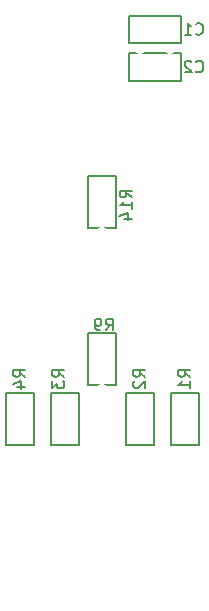
<source format=gbo>
G04 #@! TF.GenerationSoftware,KiCad,Pcbnew,7.0.9*
G04 #@! TF.CreationDate,2023-12-23T18:19:17+01:00*
G04 #@! TF.ProjectId,testing-board,74657374-696e-4672-9d62-6f6172642e6b,v1.0*
G04 #@! TF.SameCoordinates,Original*
G04 #@! TF.FileFunction,Legend,Bot*
G04 #@! TF.FilePolarity,Positive*
%FSLAX46Y46*%
G04 Gerber Fmt 4.6, Leading zero omitted, Abs format (unit mm)*
G04 Created by KiCad (PCBNEW 7.0.9) date 2023-12-23 18:19:17*
%MOMM*%
%LPD*%
G01*
G04 APERTURE LIST*
G04 Aperture macros list*
%AMRoundRect*
0 Rectangle with rounded corners*
0 $1 Rounding radius*
0 $2 $3 $4 $5 $6 $7 $8 $9 X,Y pos of 4 corners*
0 Add a 4 corners polygon primitive as box body*
4,1,4,$2,$3,$4,$5,$6,$7,$8,$9,$2,$3,0*
0 Add four circle primitives for the rounded corners*
1,1,$1+$1,$2,$3*
1,1,$1+$1,$4,$5*
1,1,$1+$1,$6,$7*
1,1,$1+$1,$8,$9*
0 Add four rect primitives between the rounded corners*
20,1,$1+$1,$2,$3,$4,$5,0*
20,1,$1+$1,$4,$5,$6,$7,0*
20,1,$1+$1,$6,$7,$8,$9,0*
20,1,$1+$1,$8,$9,$2,$3,0*%
%AMFreePoly0*
4,1,13,0.685355,0.935355,0.700000,0.900000,0.700000,-0.900000,0.685355,-0.935355,0.650000,-0.950000,-0.650000,-0.950000,-0.685355,-0.935355,-0.700000,-0.900000,-0.700000,0.900000,-0.685355,0.935355,-0.650000,0.950000,0.650000,0.950000,0.685355,0.935355,0.685355,0.935355,$1*%
G04 Aperture macros list end*
%ADD10C,0.160000*%
%ADD11C,3.300000*%
%ADD12RoundRect,0.050000X1.050000X-1.050000X1.050000X1.050000X-1.050000X1.050000X-1.050000X-1.050000X0*%
%ADD13O,2.200000X2.200000*%
%ADD14C,5.100000*%
%ADD15FreePoly0,90.000000*%
%ADD16RoundRect,0.050000X1.750000X1.750000X-1.750000X1.750000X-1.750000X-1.750000X1.750000X-1.750000X0*%
%ADD17C,3.600000*%
%ADD18C,3.400000*%
%ADD19C,1.600000*%
%ADD20FreePoly0,0.000000*%
%ADD21C,0.900000*%
G04 APERTURE END LIST*
D10*
X137741299Y-94861142D02*
X137265108Y-94527809D01*
X137741299Y-94289714D02*
X136741299Y-94289714D01*
X136741299Y-94289714D02*
X136741299Y-94670666D01*
X136741299Y-94670666D02*
X136788918Y-94765904D01*
X136788918Y-94765904D02*
X136836537Y-94813523D01*
X136836537Y-94813523D02*
X136931775Y-94861142D01*
X136931775Y-94861142D02*
X137074632Y-94861142D01*
X137074632Y-94861142D02*
X137169870Y-94813523D01*
X137169870Y-94813523D02*
X137217489Y-94765904D01*
X137217489Y-94765904D02*
X137265108Y-94670666D01*
X137265108Y-94670666D02*
X137265108Y-94289714D01*
X137741299Y-95813523D02*
X137741299Y-95242095D01*
X137741299Y-95527809D02*
X136741299Y-95527809D01*
X136741299Y-95527809D02*
X136884156Y-95432571D01*
X136884156Y-95432571D02*
X136979394Y-95337333D01*
X136979394Y-95337333D02*
X137027013Y-95242095D01*
X137074632Y-96670666D02*
X137741299Y-96670666D01*
X136693680Y-96432571D02*
X137407965Y-96194476D01*
X137407965Y-96194476D02*
X137407965Y-96813523D01*
X135548666Y-106118299D02*
X135881999Y-105642108D01*
X136120094Y-106118299D02*
X136120094Y-105118299D01*
X136120094Y-105118299D02*
X135739142Y-105118299D01*
X135739142Y-105118299D02*
X135643904Y-105165918D01*
X135643904Y-105165918D02*
X135596285Y-105213537D01*
X135596285Y-105213537D02*
X135548666Y-105308775D01*
X135548666Y-105308775D02*
X135548666Y-105451632D01*
X135548666Y-105451632D02*
X135596285Y-105546870D01*
X135596285Y-105546870D02*
X135643904Y-105594489D01*
X135643904Y-105594489D02*
X135739142Y-105642108D01*
X135739142Y-105642108D02*
X136120094Y-105642108D01*
X135072475Y-106118299D02*
X134881999Y-106118299D01*
X134881999Y-106118299D02*
X134786761Y-106070680D01*
X134786761Y-106070680D02*
X134739142Y-106023060D01*
X134739142Y-106023060D02*
X134643904Y-105880203D01*
X134643904Y-105880203D02*
X134596285Y-105689727D01*
X134596285Y-105689727D02*
X134596285Y-105308775D01*
X134596285Y-105308775D02*
X134643904Y-105213537D01*
X134643904Y-105213537D02*
X134691523Y-105165918D01*
X134691523Y-105165918D02*
X134786761Y-105118299D01*
X134786761Y-105118299D02*
X134977237Y-105118299D01*
X134977237Y-105118299D02*
X135072475Y-105165918D01*
X135072475Y-105165918D02*
X135120094Y-105213537D01*
X135120094Y-105213537D02*
X135167713Y-105308775D01*
X135167713Y-105308775D02*
X135167713Y-105546870D01*
X135167713Y-105546870D02*
X135120094Y-105642108D01*
X135120094Y-105642108D02*
X135072475Y-105689727D01*
X135072475Y-105689727D02*
X134977237Y-105737346D01*
X134977237Y-105737346D02*
X134786761Y-105737346D01*
X134786761Y-105737346D02*
X134691523Y-105689727D01*
X134691523Y-105689727D02*
X134643904Y-105642108D01*
X134643904Y-105642108D02*
X134596285Y-105546870D01*
X128724299Y-110069333D02*
X128248108Y-109736000D01*
X128724299Y-109497905D02*
X127724299Y-109497905D01*
X127724299Y-109497905D02*
X127724299Y-109878857D01*
X127724299Y-109878857D02*
X127771918Y-109974095D01*
X127771918Y-109974095D02*
X127819537Y-110021714D01*
X127819537Y-110021714D02*
X127914775Y-110069333D01*
X127914775Y-110069333D02*
X128057632Y-110069333D01*
X128057632Y-110069333D02*
X128152870Y-110021714D01*
X128152870Y-110021714D02*
X128200489Y-109974095D01*
X128200489Y-109974095D02*
X128248108Y-109878857D01*
X128248108Y-109878857D02*
X128248108Y-109497905D01*
X128057632Y-110926476D02*
X128724299Y-110926476D01*
X127676680Y-110688381D02*
X128390965Y-110450286D01*
X128390965Y-110450286D02*
X128390965Y-111069333D01*
X132026299Y-110069333D02*
X131550108Y-109736000D01*
X132026299Y-109497905D02*
X131026299Y-109497905D01*
X131026299Y-109497905D02*
X131026299Y-109878857D01*
X131026299Y-109878857D02*
X131073918Y-109974095D01*
X131073918Y-109974095D02*
X131121537Y-110021714D01*
X131121537Y-110021714D02*
X131216775Y-110069333D01*
X131216775Y-110069333D02*
X131359632Y-110069333D01*
X131359632Y-110069333D02*
X131454870Y-110021714D01*
X131454870Y-110021714D02*
X131502489Y-109974095D01*
X131502489Y-109974095D02*
X131550108Y-109878857D01*
X131550108Y-109878857D02*
X131550108Y-109497905D01*
X131026299Y-110402667D02*
X131026299Y-111021714D01*
X131026299Y-111021714D02*
X131407251Y-110688381D01*
X131407251Y-110688381D02*
X131407251Y-110831238D01*
X131407251Y-110831238D02*
X131454870Y-110926476D01*
X131454870Y-110926476D02*
X131502489Y-110974095D01*
X131502489Y-110974095D02*
X131597727Y-111021714D01*
X131597727Y-111021714D02*
X131835822Y-111021714D01*
X131835822Y-111021714D02*
X131931060Y-110974095D01*
X131931060Y-110974095D02*
X131978680Y-110926476D01*
X131978680Y-110926476D02*
X132026299Y-110831238D01*
X132026299Y-110831238D02*
X132026299Y-110545524D01*
X132026299Y-110545524D02*
X131978680Y-110450286D01*
X131978680Y-110450286D02*
X131931060Y-110402667D01*
X138884299Y-110069333D02*
X138408108Y-109736000D01*
X138884299Y-109497905D02*
X137884299Y-109497905D01*
X137884299Y-109497905D02*
X137884299Y-109878857D01*
X137884299Y-109878857D02*
X137931918Y-109974095D01*
X137931918Y-109974095D02*
X137979537Y-110021714D01*
X137979537Y-110021714D02*
X138074775Y-110069333D01*
X138074775Y-110069333D02*
X138217632Y-110069333D01*
X138217632Y-110069333D02*
X138312870Y-110021714D01*
X138312870Y-110021714D02*
X138360489Y-109974095D01*
X138360489Y-109974095D02*
X138408108Y-109878857D01*
X138408108Y-109878857D02*
X138408108Y-109497905D01*
X137979537Y-110450286D02*
X137931918Y-110497905D01*
X137931918Y-110497905D02*
X137884299Y-110593143D01*
X137884299Y-110593143D02*
X137884299Y-110831238D01*
X137884299Y-110831238D02*
X137931918Y-110926476D01*
X137931918Y-110926476D02*
X137979537Y-110974095D01*
X137979537Y-110974095D02*
X138074775Y-111021714D01*
X138074775Y-111021714D02*
X138170013Y-111021714D01*
X138170013Y-111021714D02*
X138312870Y-110974095D01*
X138312870Y-110974095D02*
X138884299Y-110402667D01*
X138884299Y-110402667D02*
X138884299Y-111021714D01*
X142694299Y-110069333D02*
X142218108Y-109736000D01*
X142694299Y-109497905D02*
X141694299Y-109497905D01*
X141694299Y-109497905D02*
X141694299Y-109878857D01*
X141694299Y-109878857D02*
X141741918Y-109974095D01*
X141741918Y-109974095D02*
X141789537Y-110021714D01*
X141789537Y-110021714D02*
X141884775Y-110069333D01*
X141884775Y-110069333D02*
X142027632Y-110069333D01*
X142027632Y-110069333D02*
X142122870Y-110021714D01*
X142122870Y-110021714D02*
X142170489Y-109974095D01*
X142170489Y-109974095D02*
X142218108Y-109878857D01*
X142218108Y-109878857D02*
X142218108Y-109497905D01*
X142694299Y-111021714D02*
X142694299Y-110450286D01*
X142694299Y-110736000D02*
X141694299Y-110736000D01*
X141694299Y-110736000D02*
X141837156Y-110640762D01*
X141837156Y-110640762D02*
X141932394Y-110545524D01*
X141932394Y-110545524D02*
X141980013Y-110450286D01*
X143168666Y-84179060D02*
X143216285Y-84226680D01*
X143216285Y-84226680D02*
X143359142Y-84274299D01*
X143359142Y-84274299D02*
X143454380Y-84274299D01*
X143454380Y-84274299D02*
X143597237Y-84226680D01*
X143597237Y-84226680D02*
X143692475Y-84131441D01*
X143692475Y-84131441D02*
X143740094Y-84036203D01*
X143740094Y-84036203D02*
X143787713Y-83845727D01*
X143787713Y-83845727D02*
X143787713Y-83702870D01*
X143787713Y-83702870D02*
X143740094Y-83512394D01*
X143740094Y-83512394D02*
X143692475Y-83417156D01*
X143692475Y-83417156D02*
X143597237Y-83321918D01*
X143597237Y-83321918D02*
X143454380Y-83274299D01*
X143454380Y-83274299D02*
X143359142Y-83274299D01*
X143359142Y-83274299D02*
X143216285Y-83321918D01*
X143216285Y-83321918D02*
X143168666Y-83369537D01*
X142787713Y-83369537D02*
X142740094Y-83321918D01*
X142740094Y-83321918D02*
X142644856Y-83274299D01*
X142644856Y-83274299D02*
X142406761Y-83274299D01*
X142406761Y-83274299D02*
X142311523Y-83321918D01*
X142311523Y-83321918D02*
X142263904Y-83369537D01*
X142263904Y-83369537D02*
X142216285Y-83464775D01*
X142216285Y-83464775D02*
X142216285Y-83560013D01*
X142216285Y-83560013D02*
X142263904Y-83702870D01*
X142263904Y-83702870D02*
X142835332Y-84274299D01*
X142835332Y-84274299D02*
X142216285Y-84274299D01*
X143168666Y-81004060D02*
X143216285Y-81051680D01*
X143216285Y-81051680D02*
X143359142Y-81099299D01*
X143359142Y-81099299D02*
X143454380Y-81099299D01*
X143454380Y-81099299D02*
X143597237Y-81051680D01*
X143597237Y-81051680D02*
X143692475Y-80956441D01*
X143692475Y-80956441D02*
X143740094Y-80861203D01*
X143740094Y-80861203D02*
X143787713Y-80670727D01*
X143787713Y-80670727D02*
X143787713Y-80527870D01*
X143787713Y-80527870D02*
X143740094Y-80337394D01*
X143740094Y-80337394D02*
X143692475Y-80242156D01*
X143692475Y-80242156D02*
X143597237Y-80146918D01*
X143597237Y-80146918D02*
X143454380Y-80099299D01*
X143454380Y-80099299D02*
X143359142Y-80099299D01*
X143359142Y-80099299D02*
X143216285Y-80146918D01*
X143216285Y-80146918D02*
X143168666Y-80194537D01*
X142216285Y-81099299D02*
X142787713Y-81099299D01*
X142501999Y-81099299D02*
X142501999Y-80099299D01*
X142501999Y-80099299D02*
X142597237Y-80242156D01*
X142597237Y-80242156D02*
X142692475Y-80337394D01*
X142692475Y-80337394D02*
X142787713Y-80385013D01*
X136435000Y-97450000D02*
X136435000Y-93050000D01*
X134075000Y-97450000D02*
X136435000Y-97450000D01*
X136435000Y-93050000D02*
X134075000Y-93050000D01*
X134075000Y-93050000D02*
X134075000Y-97450000D01*
X136435000Y-110785000D02*
X136435000Y-106385000D01*
X134075000Y-110785000D02*
X136435000Y-110785000D01*
X136435000Y-106385000D02*
X134075000Y-106385000D01*
X134075000Y-106385000D02*
X134075000Y-110785000D01*
X129450000Y-115865000D02*
X129450000Y-111465000D01*
X127090000Y-115865000D02*
X129450000Y-115865000D01*
X129450000Y-111465000D02*
X127090000Y-111465000D01*
X127090000Y-111465000D02*
X127090000Y-115865000D01*
X133260000Y-115865000D02*
X133260000Y-111465000D01*
X130900000Y-115865000D02*
X133260000Y-115865000D01*
X133260000Y-111465000D02*
X130900000Y-111465000D01*
X130900000Y-111465000D02*
X130900000Y-115865000D01*
X139610000Y-115865000D02*
X139610000Y-111465000D01*
X137250000Y-115865000D02*
X139610000Y-115865000D01*
X139610000Y-111465000D02*
X137250000Y-111465000D01*
X137250000Y-111465000D02*
X137250000Y-115865000D01*
X143420000Y-115865000D02*
X143420000Y-111465000D01*
X141060000Y-115865000D02*
X143420000Y-115865000D01*
X143420000Y-111465000D02*
X141060000Y-111465000D01*
X141060000Y-111465000D02*
X141060000Y-115865000D01*
X137500000Y-85000000D02*
X141900000Y-85000000D01*
X137500000Y-82640000D02*
X137500000Y-85000000D01*
X141900000Y-85000000D02*
X141900000Y-82640000D01*
X141900000Y-82640000D02*
X137500000Y-82640000D01*
X137500000Y-81825000D02*
X141900000Y-81825000D01*
X137500000Y-79465000D02*
X137500000Y-81825000D01*
X141900000Y-81825000D02*
X141900000Y-79465000D01*
X141900000Y-79465000D02*
X137500000Y-79465000D01*
D11*
X129539000Y-127000000D03*
X140971000Y-127000000D03*
%LPC*%
D12*
X132080000Y-64135000D03*
D13*
X134620000Y-64135000D03*
X137160000Y-64135000D03*
X139700000Y-64135000D03*
D14*
X118745000Y-106045000D03*
X118745000Y-65405000D03*
D15*
X135255000Y-96520000D03*
X135255000Y-93980000D03*
X135255000Y-109855000D03*
X135255000Y-107315000D03*
X128270000Y-114935000D03*
X128270000Y-112395000D03*
X132080000Y-114935000D03*
X132080000Y-112395000D03*
X138430000Y-114935000D03*
X138430000Y-112395000D03*
X142240000Y-114935000D03*
X142240000Y-112395000D03*
D12*
X132080000Y-69215000D03*
D13*
X134620000Y-69215000D03*
X137160000Y-69215000D03*
X139700000Y-69215000D03*
D12*
X118110000Y-122555000D03*
D13*
X120650000Y-122555000D03*
X123190000Y-122555000D03*
D12*
X118110000Y-117475000D03*
D13*
X120650000Y-117475000D03*
X123190000Y-117475000D03*
D16*
X118110000Y-131318000D03*
D17*
X123190000Y-131318000D03*
D18*
X129539000Y-127000000D03*
X140971000Y-127000000D03*
D19*
X130811000Y-120650000D03*
X132081000Y-118110000D03*
X133351000Y-120650000D03*
X134621000Y-118110000D03*
X135891000Y-120650000D03*
X137161000Y-118110000D03*
X138431000Y-120650000D03*
X139701000Y-118110000D03*
D20*
X138430000Y-83820000D03*
X140970000Y-83820000D03*
X138430000Y-80645000D03*
X140970000Y-80645000D03*
D21*
X140970000Y-82296000D03*
X138430000Y-82296000D03*
X131445000Y-85725000D03*
X133350000Y-86360000D03*
X135255000Y-97790000D03*
X137160000Y-92710000D03*
X132080000Y-89535000D03*
X131445000Y-107315000D03*
X132715000Y-109855000D03*
X135255000Y-113030000D03*
X135255000Y-111125000D03*
X135255000Y-104140000D03*
X141605000Y-101600000D03*
X132080000Y-79375000D03*
%LPD*%
M02*

</source>
